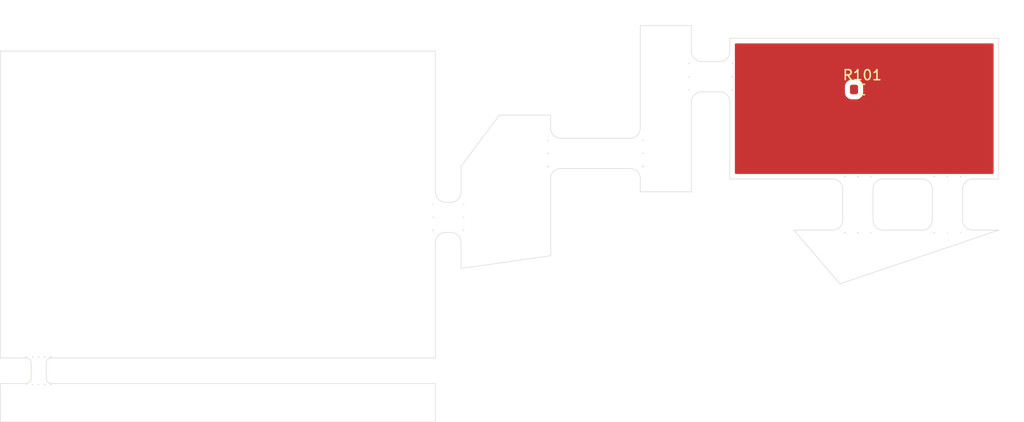
<source format=kicad_pcb>
(kicad_pcb (version 20221018) (generator pcbnew)
  (layers (0 "F.Cu" signal) (1 "In1.Cu" signal) (2 "In2.Cu" signal) (31 "B.Cu" signal) (34 "B.Paste" user) (35 "F.Paste" user) (36 "B.SilkS" user "B.Silkscreen") (37 "F.SilkS" user "F.Silkscreen") (38 "B.Mask" user) (39 "F.Mask" user) (44 "Edge.Cuts" user))
  (net 0 "")
  (net 2 "GND")
  (footprint "Resistor_SMD:R_0603_1608Metric" (layer "F.Cu") (at 165.291 74.168)
    (fp_text reference "R101" (at 0 -1.43) (layer "F.SilkS"))
    (fp_text value "R_US")
    (fp_line (start -0.237258 -0.5225) (end 0.237258 -0.5225) (stroke (width 0.12)) (layer "F.SilkS"))
    (fp_line (start -0.237258 0.5225) (end 0.237258 0.5225) (stroke (width 0.12)) (layer "F.SilkS"))
    (pad "1" smd roundrect (at -0.825 0) (size 0.8 0.95) (layers "F.Cu" "F.Paste" "F.Mask"))
    (pad "2" smd roundrect (at 0.825 0) (size 0.8 0.95) (layers "F.Cu" "F.Paste" "F.Mask") (net 2 "GND"))
  )
  (gr_line (start 125.476 91.948) (end 134.366 90.678) (stroke (width 0.05)) (layer "Edge.Cuts"))
  (gr_arc (start 142.256 82.018) (mid 142.963107 82.310893) (end 143.256 83.018) (stroke (width 0.05)) (layer "Edge.Cuts"))
  (gr_arc (start 162.346 83.058) (mid 163.053107 83.350893) (end 163.346 84.058) (stroke (width 0.05)) (layer "Edge.Cuts"))
  (gr_line (start 134.366 83.018) (end 134.366 90.678) (stroke (width 0.05)) (layer "Edge.Cuts"))
  (gr_line (start 158.496 88.138) (end 163.068 93.472) (stroke (width 0.05)) (layer "Edge.Cuts"))
  (gr_line (start 162.346 83.058) (end 152.146 83.058) (stroke (width 0.05)) (layer "Edge.Cuts"))
  (gr_arc (start 123.936 85.368) (mid 123.228893 85.075107) (end 122.936 84.368) (stroke (width 0.05)) (layer "Edge.Cuts"))
  (gr_arc (start 124.476 88.368) (mid 125.183107 88.660893) (end 125.476 89.368) (stroke (width 0.05)) (layer "Edge.Cuts"))
  (gr_arc (start 152.146 70.398) (mid 151.853107 71.105107) (end 151.146 71.398) (stroke (width 0.05)) (layer "Edge.Cuts"))
  (gr_line (start 148.336 70.398) (end 148.336 67.818) (stroke (width 0.05)) (layer "Edge.Cuts"))
  (gr_line (start 134.366 76.708) (end 129.286 76.708) (stroke (width 0.05)) (layer "Edge.Cuts"))
  (gr_line (start 148.336 75.398) (end 148.336 84.328) (stroke (width 0.05)) (layer "Edge.Cuts"))
  (gr_arc (start 149.336 71.398) (mid 148.628893 71.105107) (end 148.336 70.398) (stroke (width 0.05)) (layer "Edge.Cuts"))
  (gr_arc (start 167.346 88.138) (mid 166.638893 87.845107) (end 166.346 87.138) (stroke (width 0.05)) (layer "Edge.Cuts"))
  (gr_arc (start 148.336 75.398) (mid 148.628893 74.690893) (end 149.336 74.398) (stroke (width 0.05)) (layer "Edge.Cuts"))
  (gr_line (start 82.816 101.338) (end 82.816 102.878) (stroke (width 0.05)) (layer "Edge.Cuts"))
  (gr_arc (start 84.316 101.338) (mid 84.462447 100.984447) (end 84.816 100.838) (stroke (width 0.05)) (layer "Edge.Cuts"))
  (gr_arc (start 122.936 89.368) (mid 123.228893 88.660893) (end 123.936 88.368) (stroke (width 0.05)) (layer "Edge.Cuts"))
  (gr_line (start 134.366 78.018) (end 134.366 76.708) (stroke (width 0.05)) (layer "Edge.Cuts"))
  (gr_arc (start 166.346 84.058) (mid 166.638893 83.350893) (end 167.346 83.058) (stroke (width 0.05)) (layer "Edge.Cuts"))
  (gr_line (start 167.346 88.138) (end 171.236 88.138) (stroke (width 0.05)) (layer "Edge.Cuts"))
  (gr_line (start 79.756 100.838) (end 79.756 70.358) (stroke (width 0.05)) (layer "Edge.Cuts"))
  (gr_line (start 178.816 88.138) (end 163.068 93.472) (stroke (width 0.05)) (layer "Edge.Cuts"))
  (gr_line (start 122.936 84.368) (end 122.936 70.358) (stroke (width 0.05)) (layer "Edge.Cuts"))
  (gr_line (start 122.936 107.188) (end 79.756 107.188) (stroke (width 0.05)) (layer "Edge.Cuts"))
  (gr_line (start 143.256 67.818) (end 148.336 67.818) (stroke (width 0.05)) (layer "Edge.Cuts"))
  (gr_arc (start 82.816 102.878) (mid 82.669553 103.231553) (end 82.316 103.378) (stroke (width 0.05)) (layer "Edge.Cuts"))
  (gr_line (start 178.816 69.088) (end 178.816 83.058) (stroke (width 0.05)) (layer "Edge.Cuts"))
  (gr_arc (start 84.816 103.378) (mid 84.462447 103.231553) (end 84.316 102.878) (stroke (width 0.05)) (layer "Edge.Cuts"))
  (gr_line (start 129.286 76.708) (end 125.476 81.788) (stroke (width 0.05)) (layer "Edge.Cuts"))
  (gr_line (start 84.816 103.378) (end 122.936 103.378) (stroke (width 0.05)) (layer "Edge.Cuts"))
  (gr_line (start 152.146 69.088) (end 178.816 69.088) (stroke (width 0.05)) (layer "Edge.Cuts"))
  (gr_line (start 84.316 101.338) (end 84.316 102.878) (stroke (width 0.05)) (layer "Edge.Cuts"))
  (gr_line (start 135.366 82.018) (end 142.256 82.018) (stroke (width 0.05)) (layer "Edge.Cuts"))
  (gr_line (start 148.336 84.328) (end 143.256 84.328) (stroke (width 0.05)) (layer "Edge.Cuts"))
  (gr_line (start 152.146 70.398) (end 152.146 69.088) (stroke (width 0.05)) (layer "Edge.Cuts"))
  (gr_line (start 122.936 89.368) (end 122.936 100.838) (stroke (width 0.05)) (layer "Edge.Cuts"))
  (gr_arc (start 172.236 87.138) (mid 171.943107 87.845107) (end 171.236 88.138) (stroke (width 0.05)) (layer "Edge.Cuts"))
  (gr_arc (start 125.476 84.368) (mid 125.183107 85.075107) (end 124.476 85.368) (stroke (width 0.05)) (layer "Edge.Cuts"))
  (gr_arc (start 163.346 87.138) (mid 163.053107 87.845107) (end 162.346 88.138) (stroke (width 0.05)) (layer "Edge.Cuts"))
  (gr_line (start 122.936 103.378) (end 122.936 107.188) (stroke (width 0.05)) (layer "Edge.Cuts"))
  (gr_line (start 143.256 83.018) (end 143.256 84.328) (stroke (width 0.05)) (layer "Edge.Cuts"))
  (gr_line (start 163.346 84.058) (end 163.346 87.138) (stroke (width 0.05)) (layer "Edge.Cuts"))
  (gr_line (start 82.316 100.838) (end 79.756 100.838) (stroke (width 0.05)) (layer "Edge.Cuts"))
  (gr_line (start 125.476 89.368) (end 125.476 91.948) (stroke (width 0.05)) (layer "Edge.Cuts"))
  (gr_line (start 167.346 83.058) (end 171.236 83.058) (stroke (width 0.05)) (layer "Edge.Cuts"))
  (gr_line (start 176.236 83.058) (end 178.816 83.058) (stroke (width 0.05)) (layer "Edge.Cuts"))
  (gr_arc (start 135.366 79.018) (mid 134.658893 78.725107) (end 134.366 78.018) (stroke (width 0.05)) (layer "Edge.Cuts"))
  (gr_line (start 152.146 75.398) (end 152.146 83.058) (stroke (width 0.05)) (layer "Edge.Cuts"))
  (gr_line (start 79.756 107.188) (end 79.756 103.378) (stroke (width 0.05)) (layer "Edge.Cuts"))
  (gr_line (start 172.236 84.058) (end 172.236 87.138) (stroke (width 0.05)) (layer "Edge.Cuts"))
  (gr_line (start 125.476 84.368) (end 125.476 81.788) (stroke (width 0.05)) (layer "Edge.Cuts"))
  (gr_line (start 123.936 88.368) (end 124.476 88.368) (stroke (width 0.05)) (layer "Edge.Cuts"))
  (gr_arc (start 82.316 100.838) (mid 82.669553 100.984447) (end 82.816 101.338) (stroke (width 0.05)) (layer "Edge.Cuts"))
  (gr_line (start 175.236 84.058) (end 175.236 87.138) (stroke (width 0.05)) (layer "Edge.Cuts"))
  (gr_arc (start 175.236 84.058) (mid 175.528893 83.350893) (end 176.236 83.058) (stroke (width 0.05)) (layer "Edge.Cuts"))
  (gr_line (start 149.336 71.398) (end 151.146 71.398) (stroke (width 0.05)) (layer "Edge.Cuts"))
  (gr_arc (start 151.146 74.398) (mid 151.853107 74.690893) (end 152.146 75.398) (stroke (width 0.05)) (layer "Edge.Cuts"))
  (gr_line (start 123.936 85.368) (end 124.476 85.368) (stroke (width 0.05)) (layer "Edge.Cuts"))
  (gr_arc (start 143.256 78.018) (mid 142.963107 78.725107) (end 142.256 79.018) (stroke (width 0.05)) (layer "Edge.Cuts"))
  (gr_arc (start 171.236 83.058) (mid 171.943107 83.350893) (end 172.236 84.058) (stroke (width 0.05)) (layer "Edge.Cuts"))
  (gr_line (start 135.366 79.018) (end 142.256 79.018) (stroke (width 0.05)) (layer "Edge.Cuts"))
  (gr_arc (start 134.366 83.018) (mid 134.658893 82.310893) (end 135.366 82.018) (stroke (width 0.05)) (layer "Edge.Cuts"))
  (gr_line (start 162.346 88.138) (end 158.496 88.138) (stroke (width 0.05)) (layer "Edge.Cuts"))
  (gr_line (start 149.336 74.398) (end 151.146 74.398) (stroke (width 0.05)) (layer "Edge.Cuts"))
  (gr_arc (start 176.236 88.138) (mid 175.528893 87.845107) (end 175.236 87.138) (stroke (width 0.05)) (layer "Edge.Cuts"))
  (gr_line (start 79.756 70.358) (end 122.936 70.358) (stroke (width 0.05)) (layer "Edge.Cuts"))
  (gr_line (start 84.816 100.838) (end 122.936 100.838) (stroke (width 0.05)) (layer "Edge.Cuts"))
  (gr_line (start 176.236 88.138) (end 178.816 88.138) (stroke (width 0.05)) (layer "Edge.Cuts"))
  (gr_line (start 82.316 103.378) (end 79.756 103.378) (stroke (width 0.05)) (layer "Edge.Cuts"))
  (gr_line (start 143.256 78.018) (end 143.256 67.818) (stroke (width 0.05)) (layer "Edge.Cuts"))
  (gr_line (start 166.346 84.058) (end 166.346 87.138) (stroke (width 0.05)) (layer "Edge.Cuts"))
  (via (at 175.036 88.388) (size 0.1) (drill 0.8) (layers "F.Cu" "B.Cu") (net 0))
  (via (at 134.116 80.518) (size 0.1) (drill 0.8) (layers "F.Cu" "B.Cu") (net 0))
  (via (at 152.396 72.898) (size 0.1) (drill 0.8) (layers "F.Cu" "B.Cu") (net 0))
  (via (at 164.846 82.808) (size 0.1) (drill 0.8) (layers "F.Cu" "B.Cu") (net 0))
  (via (at 83.566 103.478) (size 0.1) (drill 0.4) (layers "F.Cu" "B.Cu") (net 0))
  (via (at 82.966 100.738) (size 0.1) (drill 0.4) (layers "F.Cu" "B.Cu") (net 0))
  (via (at 164.846 88.388) (size 0.1) (drill 0.8) (layers "F.Cu" "B.Cu") (net 0))
  (via (at 125.726 85.568) (size 0.1) (drill 0.8) (layers "F.Cu" "B.Cu") (net 0))
  (via (at 134.116 81.818) (size 0.1) (drill 0.8) (layers "F.Cu" "B.Cu") (net 0))
  (via (at 143.506 81.818) (size 0.1) (drill 0.8) (layers "F.Cu" "B.Cu") (net 0))
  (via (at 173.736 82.808) (size 0.1) (drill 0.8) (layers "F.Cu" "B.Cu") (net 0))
  (via (at 152.396 71.598) (size 0.1) (drill 0.8) (layers "F.Cu" "B.Cu") (net 0))
  (via (at 83.566 100.738) (size 0.1) (drill 0.4) (layers "F.Cu" "B.Cu") (net 0))
  (via (at 148.086 71.598) (size 0.1) (drill 0.8) (layers "F.Cu" "B.Cu") (net 0))
  (via (at 125.726 86.868) (size 0.1) (drill 0.8) (layers "F.Cu" "B.Cu") (net 0))
  (via (at 122.686 88.167999) (size 0.1) (drill 0.8) (layers "F.Cu" "B.Cu") (net 0))
  (via (at 143.506 80.518) (size 0.1) (drill 0.8) (layers "F.Cu" "B.Cu") (net 0))
  (via (at 84.766 100.738) (size 0.1) (drill 0.4) (layers "F.Cu" "B.Cu") (net 0))
  (via (at 122.686 86.868) (size 0.1) (drill 0.8) (layers "F.Cu" "B.Cu") (net 0))
  (via (at 172.435999 82.808) (size 0.1) (drill 0.8) (layers "F.Cu" "B.Cu") (net 0))
  (via (at 84.166 100.738) (size 0.1) (drill 0.4) (layers "F.Cu" "B.Cu") (net 0))
  (via (at 163.546 82.808) (size 0.1) (drill 0.8) (layers "F.Cu" "B.Cu") (net 0))
  (via (at 125.726 88.167999) (size 0.1) (drill 0.8) (layers "F.Cu" "B.Cu") (net 0))
  (via (at 175.036 82.808) (size 0.1) (drill 0.8) (layers "F.Cu" "B.Cu") (net 0))
  (via (at 82.966 103.478) (size 0.1) (drill 0.4) (layers "F.Cu" "B.Cu") (net 0))
  (via (at 122.686 85.568) (size 0.1) (drill 0.8) (layers "F.Cu" "B.Cu") (net 0))
  (via (at 134.116 79.218) (size 0.1) (drill 0.8) (layers "F.Cu" "B.Cu") (net 0))
  (via (at 166.146 88.388) (size 0.1) (drill 0.8) (layers "F.Cu" "B.Cu") (net 0))
  (via (at 173.736 88.388) (size 0.1) (drill 0.8) (layers "F.Cu" "B.Cu") (net 0))
  (via (at 143.506 79.218) (size 0.1) (drill 0.8) (layers "F.Cu" "B.Cu") (net 0))
  (via (at 163.546 88.388) (size 0.1) (drill 0.8) (layers "F.Cu" "B.Cu") (net 0))
  (via (at 82.366 100.738) (size 0.1) (drill 0.4) (layers "F.Cu" "B.Cu") (net 0))
  (via (at 84.766 103.478) (size 0.1) (drill 0.4) (layers "F.Cu" "B.Cu") (net 0))
  (via (at 148.086 72.898) (size 0.1) (drill 0.8) (layers "F.Cu" "B.Cu") (net 0))
  (via (at 82.366 103.478) (size 0.1) (drill 0.4) (layers "F.Cu" "B.Cu") (net 0))
  (via (at 166.146 82.808) (size 0.1) (drill 0.8) (layers "F.Cu" "B.Cu") (net 0))
  (via (at 152.396 74.198) (size 0.1) (drill 0.8) (layers "F.Cu" "B.Cu") (net 0))
  (via (at 84.166 103.478) (size 0.1) (drill 0.4) (layers "F.Cu" "B.Cu") (net 0))
  (via (at 148.086 74.198) (size 0.1) (drill 0.8) (layers "F.Cu" "B.Cu") (net 0))
  (via (at 172.435999 88.388) (size 0.1) (drill 0.8) (layers "F.Cu" "B.Cu") (net 0))
  (zone (net 2) (net_name "GND") (layer "F.Cu") (connect_pads thru_hole_only (clearance 0.5)) (min_thickness 0.2) (fill yes (thermal_gap 0.5) (thermal_bridge_width 0.5))
    (polygon (pts (xy 150.876 65.278) (xy 150.876 94.488) (xy 181.356 94.488) (xy 181.356 65.278)))
  )
)
</source>
